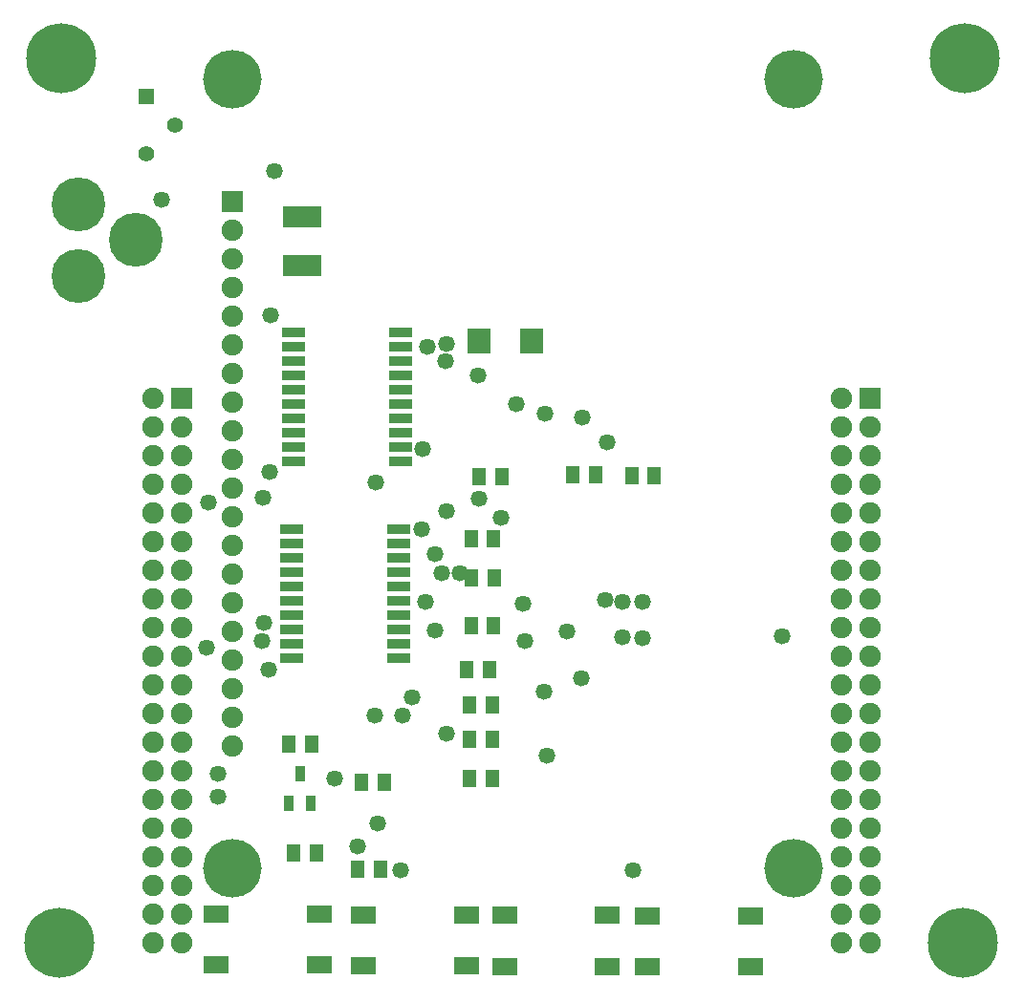
<source format=gts>
G04*
G04 #@! TF.GenerationSoftware,Altium Limited,Altium Designer,24.2.2 (26)*
G04*
G04 Layer_Color=8388736*
%FSLAX25Y25*%
%MOIN*%
G70*
G04*
G04 #@! TF.SameCoordinates,7880CA01-A185-4AAC-BB8A-744F794AF487*
G04*
G04*
G04 #@! TF.FilePolarity,Negative*
G04*
G01*
G75*
%ADD14R,0.09055X0.06299*%
%ADD15R,0.04724X0.05906*%
%ADD16R,0.13189X0.07795*%
%ADD17R,0.08465X0.03347*%
%ADD18R,0.03347X0.05512*%
%ADD19R,0.07874X0.09055*%
%ADD20C,0.18787*%
%ADD21C,0.05598*%
%ADD22R,0.05598X0.05598*%
%ADD23C,0.07480*%
%ADD24R,0.07480X0.07480*%
%ADD25R,0.07480X0.07480*%
%ADD26C,0.20472*%
%ADD27C,0.24410*%
%ADD28C,0.05787*%
D14*
X260913Y29558D02*
D03*
X225087D02*
D03*
Y11842D02*
D03*
X260913D02*
D03*
X211013Y29658D02*
D03*
X175187D02*
D03*
Y11942D02*
D03*
X211013D02*
D03*
X161813Y29858D02*
D03*
X125987D02*
D03*
Y12142D02*
D03*
X161813D02*
D03*
X110613Y12542D02*
D03*
X74787D02*
D03*
Y30258D02*
D03*
X110613D02*
D03*
D15*
X163463Y161100D02*
D03*
X171337D02*
D03*
X131937Y45800D02*
D03*
X124063D02*
D03*
X101763Y51400D02*
D03*
X109637D02*
D03*
X162963Y77500D02*
D03*
X170837D02*
D03*
X162963Y91000D02*
D03*
X170837D02*
D03*
X162963Y103000D02*
D03*
X170837D02*
D03*
X161963Y115300D02*
D03*
X169837D02*
D03*
X163563Y130900D02*
D03*
X171437D02*
D03*
X163763Y147600D02*
D03*
X171637D02*
D03*
X219463Y183200D02*
D03*
X227337D02*
D03*
X206937Y183300D02*
D03*
X199063D02*
D03*
X166363Y182700D02*
D03*
X174237D02*
D03*
X99963Y89500D02*
D03*
X107837D02*
D03*
X133200Y76000D02*
D03*
X125326D02*
D03*
D16*
X104500Y273500D02*
D03*
Y256500D02*
D03*
D17*
X101598Y233200D02*
D03*
Y228200D02*
D03*
Y223200D02*
D03*
Y218200D02*
D03*
Y213200D02*
D03*
Y208200D02*
D03*
Y203200D02*
D03*
Y198200D02*
D03*
Y193200D02*
D03*
Y188200D02*
D03*
X138802D02*
D03*
Y193200D02*
D03*
Y198200D02*
D03*
Y203200D02*
D03*
Y208200D02*
D03*
Y213200D02*
D03*
Y218200D02*
D03*
Y223200D02*
D03*
Y228200D02*
D03*
Y233200D02*
D03*
X138302Y164300D02*
D03*
Y159300D02*
D03*
Y154300D02*
D03*
Y149300D02*
D03*
Y144300D02*
D03*
Y139300D02*
D03*
Y134300D02*
D03*
Y129300D02*
D03*
Y124300D02*
D03*
Y119300D02*
D03*
X101098D02*
D03*
Y124300D02*
D03*
Y129300D02*
D03*
Y134300D02*
D03*
Y139300D02*
D03*
Y144300D02*
D03*
Y149300D02*
D03*
Y154300D02*
D03*
Y159300D02*
D03*
Y164300D02*
D03*
D18*
X103800Y79200D02*
D03*
X100060Y68751D02*
D03*
X107540D02*
D03*
D19*
X184500Y230000D02*
D03*
X166390D02*
D03*
D20*
X26600Y277900D02*
D03*
Y252900D02*
D03*
X46600Y265400D02*
D03*
D21*
X60200Y305300D02*
D03*
X50200Y295300D02*
D03*
D22*
Y315300D02*
D03*
D23*
X62500Y20000D02*
D03*
X52500D02*
D03*
X302500D02*
D03*
X292500D02*
D03*
Y30000D02*
D03*
X302500D02*
D03*
X292500Y40000D02*
D03*
X302500D02*
D03*
X292500Y50000D02*
D03*
X302500D02*
D03*
X292500Y60000D02*
D03*
X302500D02*
D03*
X292500Y70000D02*
D03*
X302500D02*
D03*
X292500Y80000D02*
D03*
X302500D02*
D03*
X292500Y90000D02*
D03*
X302500D02*
D03*
X292500Y100000D02*
D03*
X302500D02*
D03*
X292500Y110000D02*
D03*
X302500D02*
D03*
X292500Y120000D02*
D03*
X302500D02*
D03*
X292500Y130000D02*
D03*
X302500D02*
D03*
X292500Y140000D02*
D03*
X302500D02*
D03*
X292500Y150000D02*
D03*
X302500D02*
D03*
X292500Y160000D02*
D03*
X302500D02*
D03*
X292500Y170000D02*
D03*
X302500D02*
D03*
X292500Y180000D02*
D03*
X302500D02*
D03*
X292500Y190000D02*
D03*
X302500D02*
D03*
X292500Y200000D02*
D03*
X302500D02*
D03*
X292500Y210000D02*
D03*
X52500Y30000D02*
D03*
X62500D02*
D03*
X52500Y40000D02*
D03*
X62500D02*
D03*
X52500Y50000D02*
D03*
X62500D02*
D03*
X52500Y60000D02*
D03*
X62500D02*
D03*
X52500Y70000D02*
D03*
X62500D02*
D03*
X52500Y80000D02*
D03*
X62500D02*
D03*
X52500Y90000D02*
D03*
X62500D02*
D03*
X52500Y100000D02*
D03*
X62500D02*
D03*
X52500Y110000D02*
D03*
X62500D02*
D03*
X52500Y120000D02*
D03*
X62500D02*
D03*
X52500Y130000D02*
D03*
X62500D02*
D03*
X52500Y140000D02*
D03*
X62500D02*
D03*
X52500Y150000D02*
D03*
X62500D02*
D03*
X52500Y160000D02*
D03*
X62500D02*
D03*
X52500Y170000D02*
D03*
X62500D02*
D03*
X52500Y180000D02*
D03*
X62500D02*
D03*
X52500Y190000D02*
D03*
X62500D02*
D03*
X52500Y200000D02*
D03*
X62500D02*
D03*
X52500Y210000D02*
D03*
X80431Y258805D02*
D03*
Y248805D02*
D03*
Y268805D02*
D03*
X80430Y218804D02*
D03*
Y208804D02*
D03*
Y228804D02*
D03*
Y238804D02*
D03*
X80430Y178804D02*
D03*
Y168804D02*
D03*
Y188804D02*
D03*
Y198804D02*
D03*
X80430Y138804D02*
D03*
Y128804D02*
D03*
Y148804D02*
D03*
Y158804D02*
D03*
X80429Y98803D02*
D03*
Y88803D02*
D03*
Y108803D02*
D03*
Y118803D02*
D03*
D24*
X302500Y210000D02*
D03*
X62500D02*
D03*
D25*
X80431Y278805D02*
D03*
D26*
Y321600D02*
D03*
X276100D02*
D03*
Y46009D02*
D03*
X80431D02*
D03*
D27*
X335700Y328700D02*
D03*
X20700D02*
D03*
X335000Y20000D02*
D03*
X20000D02*
D03*
D28*
X147600Y139000D02*
D03*
X153403Y149046D02*
D03*
X181600Y138600D02*
D03*
X182300Y125500D02*
D03*
X75400Y71100D02*
D03*
X219800Y45400D02*
D03*
X55600Y279600D02*
D03*
X154900Y229000D02*
D03*
X154631Y223006D02*
D03*
X166363Y175222D02*
D03*
X174100Y168300D02*
D03*
X146197Y164397D02*
D03*
X150814Y155705D02*
D03*
X139700Y99300D02*
D03*
X151050Y129250D02*
D03*
X159720Y149031D02*
D03*
X166123Y218200D02*
D03*
X197000Y128700D02*
D03*
X202000Y112500D02*
D03*
X93700Y239100D02*
D03*
X116000Y77300D02*
D03*
X71928Y173772D02*
D03*
X93400Y184400D02*
D03*
X90800Y175300D02*
D03*
X71222Y122998D02*
D03*
X92900Y115400D02*
D03*
X91300Y131700D02*
D03*
X90700Y125600D02*
D03*
X94800Y289500D02*
D03*
X148200Y228100D02*
D03*
X179400Y208200D02*
D03*
X189200Y204900D02*
D03*
X202207Y203607D02*
D03*
X211000Y194900D02*
D03*
X146781Y192381D02*
D03*
X130400Y180800D02*
D03*
X223300Y126500D02*
D03*
X223200Y139000D02*
D03*
X216300Y139275D02*
D03*
X210337Y139941D02*
D03*
X216257Y126757D02*
D03*
X271800Y127100D02*
D03*
X188950Y107900D02*
D03*
X190000Y85559D02*
D03*
X138793Y45407D02*
D03*
X154793Y93093D02*
D03*
X124100Y53900D02*
D03*
X131100Y61900D02*
D03*
X75300Y79100D02*
D03*
X130100Y99300D02*
D03*
X143050Y105900D02*
D03*
X155122Y170822D02*
D03*
M02*

</source>
